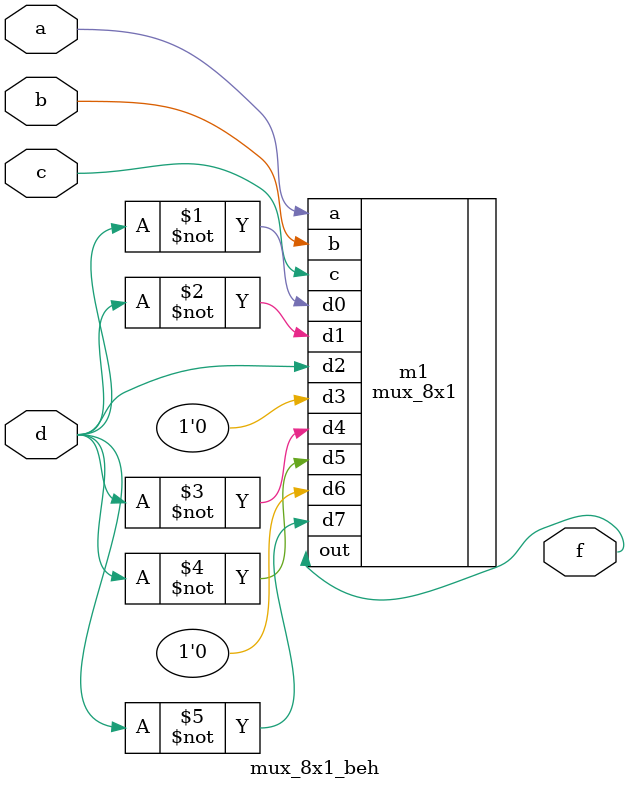
<source format=v>
module mux_8x1_beh(a,b,c,d,f);
    input a,b,c,d;
    output wire f;
    mux_8x1 m1(
        .d0(~d),
        .d1(~d),
        .d2(d),
        .d3(1'b0),
        .d4(~d),
        .d5(~d),
        .d6(1'b0),
        .d7(~d),
        .c(c),
        .b(b),
        .a(a),
        .out(f)
    );
endmodule
</source>
